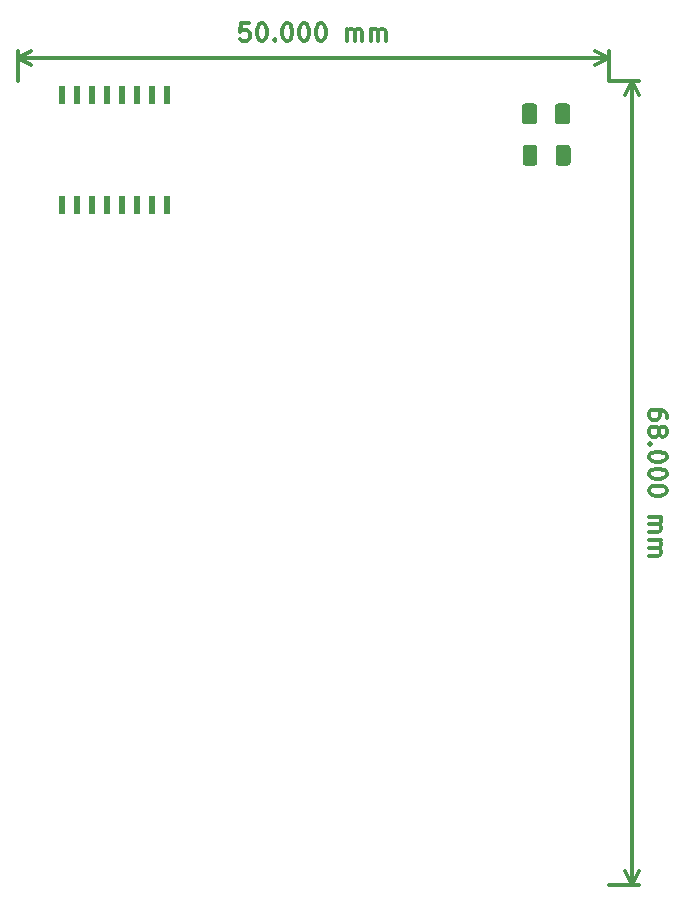
<source format=gbr>
G04 #@! TF.GenerationSoftware,KiCad,Pcbnew,5.0.2+dfsg1-1*
G04 #@! TF.CreationDate,2021-10-08T13:08:18+05:30*
G04 #@! TF.ProjectId,KEYBORD_PCB_V1,4b455942-4f52-4445-9f50-43425f56312e,rev?*
G04 #@! TF.SameCoordinates,Original*
G04 #@! TF.FileFunction,Paste,Bot*
G04 #@! TF.FilePolarity,Positive*
%FSLAX46Y46*%
G04 Gerber Fmt 4.6, Leading zero omitted, Abs format (unit mm)*
G04 Created by KiCad (PCBNEW 5.0.2+dfsg1-1) date Fri 08 Oct 2021 01:08:18 PM IST*
%MOMM*%
%LPD*%
G01*
G04 APERTURE LIST*
%ADD10C,0.300000*%
%ADD11C,0.100000*%
%ADD12C,1.250000*%
%ADD13R,0.600000X1.500000*%
G04 APERTURE END LIST*
D10*
X120605487Y-64841547D02*
X120605487Y-64555832D01*
X120534059Y-64412975D01*
X120462630Y-64341547D01*
X120248344Y-64198689D01*
X119962630Y-64127261D01*
X119391201Y-64127261D01*
X119248344Y-64198689D01*
X119176916Y-64270118D01*
X119105487Y-64412975D01*
X119105487Y-64698689D01*
X119176916Y-64841547D01*
X119248344Y-64912975D01*
X119391201Y-64984404D01*
X119748344Y-64984404D01*
X119891201Y-64912975D01*
X119962630Y-64841547D01*
X120034059Y-64698689D01*
X120034059Y-64412975D01*
X119962630Y-64270118D01*
X119891201Y-64198689D01*
X119748344Y-64127261D01*
X119962630Y-65841547D02*
X120034059Y-65698689D01*
X120105487Y-65627261D01*
X120248344Y-65555832D01*
X120319773Y-65555832D01*
X120462630Y-65627261D01*
X120534059Y-65698689D01*
X120605487Y-65841547D01*
X120605487Y-66127261D01*
X120534059Y-66270118D01*
X120462630Y-66341547D01*
X120319773Y-66412975D01*
X120248344Y-66412975D01*
X120105487Y-66341547D01*
X120034059Y-66270118D01*
X119962630Y-66127261D01*
X119962630Y-65841547D01*
X119891201Y-65698689D01*
X119819773Y-65627261D01*
X119676916Y-65555832D01*
X119391201Y-65555832D01*
X119248344Y-65627261D01*
X119176916Y-65698689D01*
X119105487Y-65841547D01*
X119105487Y-66127261D01*
X119176916Y-66270118D01*
X119248344Y-66341547D01*
X119391201Y-66412975D01*
X119676916Y-66412975D01*
X119819773Y-66341547D01*
X119891201Y-66270118D01*
X119962630Y-66127261D01*
X119248344Y-67055832D02*
X119176916Y-67127261D01*
X119105487Y-67055832D01*
X119176916Y-66984404D01*
X119248344Y-67055832D01*
X119105487Y-67055832D01*
X120605487Y-68055832D02*
X120605487Y-68198689D01*
X120534059Y-68341547D01*
X120462630Y-68412975D01*
X120319773Y-68484404D01*
X120034059Y-68555832D01*
X119676916Y-68555832D01*
X119391201Y-68484404D01*
X119248344Y-68412975D01*
X119176916Y-68341547D01*
X119105487Y-68198689D01*
X119105487Y-68055832D01*
X119176916Y-67912975D01*
X119248344Y-67841547D01*
X119391201Y-67770118D01*
X119676916Y-67698689D01*
X120034059Y-67698689D01*
X120319773Y-67770118D01*
X120462630Y-67841547D01*
X120534059Y-67912975D01*
X120605487Y-68055832D01*
X120605487Y-69484404D02*
X120605487Y-69627261D01*
X120534059Y-69770118D01*
X120462630Y-69841547D01*
X120319773Y-69912975D01*
X120034059Y-69984404D01*
X119676916Y-69984404D01*
X119391201Y-69912975D01*
X119248344Y-69841547D01*
X119176916Y-69770118D01*
X119105487Y-69627261D01*
X119105487Y-69484404D01*
X119176916Y-69341547D01*
X119248344Y-69270118D01*
X119391201Y-69198689D01*
X119676916Y-69127261D01*
X120034059Y-69127261D01*
X120319773Y-69198689D01*
X120462630Y-69270118D01*
X120534059Y-69341547D01*
X120605487Y-69484404D01*
X120605487Y-70912975D02*
X120605487Y-71055832D01*
X120534059Y-71198689D01*
X120462630Y-71270118D01*
X120319773Y-71341547D01*
X120034059Y-71412975D01*
X119676916Y-71412975D01*
X119391201Y-71341547D01*
X119248344Y-71270118D01*
X119176916Y-71198689D01*
X119105487Y-71055832D01*
X119105487Y-70912975D01*
X119176916Y-70770118D01*
X119248344Y-70698689D01*
X119391201Y-70627261D01*
X119676916Y-70555832D01*
X120034059Y-70555832D01*
X120319773Y-70627261D01*
X120462630Y-70698689D01*
X120534059Y-70770118D01*
X120605487Y-70912975D01*
X119105487Y-73198689D02*
X120105487Y-73198689D01*
X119962630Y-73198689D02*
X120034059Y-73270118D01*
X120105487Y-73412975D01*
X120105487Y-73627261D01*
X120034059Y-73770118D01*
X119891201Y-73841547D01*
X119105487Y-73841547D01*
X119891201Y-73841547D02*
X120034059Y-73912975D01*
X120105487Y-74055832D01*
X120105487Y-74270118D01*
X120034059Y-74412975D01*
X119891201Y-74484404D01*
X119105487Y-74484404D01*
X119105487Y-75198689D02*
X120105487Y-75198689D01*
X119962630Y-75198689D02*
X120034059Y-75270118D01*
X120105487Y-75412975D01*
X120105487Y-75627261D01*
X120034059Y-75770118D01*
X119891201Y-75841547D01*
X119105487Y-75841547D01*
X119891201Y-75841547D02*
X120034059Y-75912975D01*
X120105487Y-76055832D01*
X120105487Y-76270118D01*
X120034059Y-76412975D01*
X119891201Y-76484404D01*
X119105487Y-76484404D01*
X117684059Y-36341547D02*
X117684059Y-104341547D01*
X115684059Y-36341547D02*
X118270480Y-36341547D01*
X115684059Y-104341547D02*
X118270480Y-104341547D01*
X117684059Y-104341547D02*
X117097638Y-103215043D01*
X117684059Y-104341547D02*
X118270480Y-103215043D01*
X117684059Y-36341547D02*
X117097638Y-37468051D01*
X117684059Y-36341547D02*
X118270480Y-37468051D01*
X85261428Y-31418571D02*
X84547142Y-31418571D01*
X84475714Y-32132857D01*
X84547142Y-32061428D01*
X84690000Y-31990000D01*
X85047142Y-31990000D01*
X85190000Y-32061428D01*
X85261428Y-32132857D01*
X85332857Y-32275714D01*
X85332857Y-32632857D01*
X85261428Y-32775714D01*
X85190000Y-32847142D01*
X85047142Y-32918571D01*
X84690000Y-32918571D01*
X84547142Y-32847142D01*
X84475714Y-32775714D01*
X86261428Y-31418571D02*
X86404285Y-31418571D01*
X86547142Y-31490000D01*
X86618571Y-31561428D01*
X86690000Y-31704285D01*
X86761428Y-31990000D01*
X86761428Y-32347142D01*
X86690000Y-32632857D01*
X86618571Y-32775714D01*
X86547142Y-32847142D01*
X86404285Y-32918571D01*
X86261428Y-32918571D01*
X86118571Y-32847142D01*
X86047142Y-32775714D01*
X85975714Y-32632857D01*
X85904285Y-32347142D01*
X85904285Y-31990000D01*
X85975714Y-31704285D01*
X86047142Y-31561428D01*
X86118571Y-31490000D01*
X86261428Y-31418571D01*
X87404285Y-32775714D02*
X87475714Y-32847142D01*
X87404285Y-32918571D01*
X87332857Y-32847142D01*
X87404285Y-32775714D01*
X87404285Y-32918571D01*
X88404285Y-31418571D02*
X88547142Y-31418571D01*
X88690000Y-31490000D01*
X88761428Y-31561428D01*
X88832857Y-31704285D01*
X88904285Y-31990000D01*
X88904285Y-32347142D01*
X88832857Y-32632857D01*
X88761428Y-32775714D01*
X88690000Y-32847142D01*
X88547142Y-32918571D01*
X88404285Y-32918571D01*
X88261428Y-32847142D01*
X88190000Y-32775714D01*
X88118571Y-32632857D01*
X88047142Y-32347142D01*
X88047142Y-31990000D01*
X88118571Y-31704285D01*
X88190000Y-31561428D01*
X88261428Y-31490000D01*
X88404285Y-31418571D01*
X89832857Y-31418571D02*
X89975714Y-31418571D01*
X90118571Y-31490000D01*
X90190000Y-31561428D01*
X90261428Y-31704285D01*
X90332857Y-31990000D01*
X90332857Y-32347142D01*
X90261428Y-32632857D01*
X90190000Y-32775714D01*
X90118571Y-32847142D01*
X89975714Y-32918571D01*
X89832857Y-32918571D01*
X89690000Y-32847142D01*
X89618571Y-32775714D01*
X89547142Y-32632857D01*
X89475714Y-32347142D01*
X89475714Y-31990000D01*
X89547142Y-31704285D01*
X89618571Y-31561428D01*
X89690000Y-31490000D01*
X89832857Y-31418571D01*
X91261428Y-31418571D02*
X91404285Y-31418571D01*
X91547142Y-31490000D01*
X91618571Y-31561428D01*
X91690000Y-31704285D01*
X91761428Y-31990000D01*
X91761428Y-32347142D01*
X91690000Y-32632857D01*
X91618571Y-32775714D01*
X91547142Y-32847142D01*
X91404285Y-32918571D01*
X91261428Y-32918571D01*
X91118571Y-32847142D01*
X91047142Y-32775714D01*
X90975714Y-32632857D01*
X90904285Y-32347142D01*
X90904285Y-31990000D01*
X90975714Y-31704285D01*
X91047142Y-31561428D01*
X91118571Y-31490000D01*
X91261428Y-31418571D01*
X93547142Y-32918571D02*
X93547142Y-31918571D01*
X93547142Y-32061428D02*
X93618571Y-31990000D01*
X93761428Y-31918571D01*
X93975714Y-31918571D01*
X94118571Y-31990000D01*
X94190000Y-32132857D01*
X94190000Y-32918571D01*
X94190000Y-32132857D02*
X94261428Y-31990000D01*
X94404285Y-31918571D01*
X94618571Y-31918571D01*
X94761428Y-31990000D01*
X94832857Y-32132857D01*
X94832857Y-32918571D01*
X95547142Y-32918571D02*
X95547142Y-31918571D01*
X95547142Y-32061428D02*
X95618571Y-31990000D01*
X95761428Y-31918571D01*
X95975714Y-31918571D01*
X96118571Y-31990000D01*
X96190000Y-32132857D01*
X96190000Y-32918571D01*
X96190000Y-32132857D02*
X96261428Y-31990000D01*
X96404285Y-31918571D01*
X96618571Y-31918571D01*
X96761428Y-31990000D01*
X96832857Y-32132857D01*
X96832857Y-32918571D01*
X65690000Y-34340000D02*
X115690000Y-34340000D01*
X65690000Y-36340000D02*
X65690000Y-33753579D01*
X115690000Y-36340000D02*
X115690000Y-33753579D01*
X115690000Y-34340000D02*
X114563496Y-34926421D01*
X115690000Y-34340000D02*
X114563496Y-33753579D01*
X65690000Y-34340000D02*
X66816504Y-34926421D01*
X65690000Y-34340000D02*
X66816504Y-33753579D01*
D11*
G04 #@! TO.C,R2*
G36*
X109439504Y-41716204D02*
X109463773Y-41719804D01*
X109487571Y-41725765D01*
X109510671Y-41734030D01*
X109532849Y-41744520D01*
X109553893Y-41757133D01*
X109573598Y-41771747D01*
X109591777Y-41788223D01*
X109608253Y-41806402D01*
X109622867Y-41826107D01*
X109635480Y-41847151D01*
X109645970Y-41869329D01*
X109654235Y-41892429D01*
X109660196Y-41916227D01*
X109663796Y-41940496D01*
X109665000Y-41965000D01*
X109665000Y-43215000D01*
X109663796Y-43239504D01*
X109660196Y-43263773D01*
X109654235Y-43287571D01*
X109645970Y-43310671D01*
X109635480Y-43332849D01*
X109622867Y-43353893D01*
X109608253Y-43373598D01*
X109591777Y-43391777D01*
X109573598Y-43408253D01*
X109553893Y-43422867D01*
X109532849Y-43435480D01*
X109510671Y-43445970D01*
X109487571Y-43454235D01*
X109463773Y-43460196D01*
X109439504Y-43463796D01*
X109415000Y-43465000D01*
X108665000Y-43465000D01*
X108640496Y-43463796D01*
X108616227Y-43460196D01*
X108592429Y-43454235D01*
X108569329Y-43445970D01*
X108547151Y-43435480D01*
X108526107Y-43422867D01*
X108506402Y-43408253D01*
X108488223Y-43391777D01*
X108471747Y-43373598D01*
X108457133Y-43353893D01*
X108444520Y-43332849D01*
X108434030Y-43310671D01*
X108425765Y-43287571D01*
X108419804Y-43263773D01*
X108416204Y-43239504D01*
X108415000Y-43215000D01*
X108415000Y-41965000D01*
X108416204Y-41940496D01*
X108419804Y-41916227D01*
X108425765Y-41892429D01*
X108434030Y-41869329D01*
X108444520Y-41847151D01*
X108457133Y-41826107D01*
X108471747Y-41806402D01*
X108488223Y-41788223D01*
X108506402Y-41771747D01*
X108526107Y-41757133D01*
X108547151Y-41744520D01*
X108569329Y-41734030D01*
X108592429Y-41725765D01*
X108616227Y-41719804D01*
X108640496Y-41716204D01*
X108665000Y-41715000D01*
X109415000Y-41715000D01*
X109439504Y-41716204D01*
X109439504Y-41716204D01*
G37*
D12*
X109040000Y-42590000D03*
D11*
G36*
X112239504Y-41716204D02*
X112263773Y-41719804D01*
X112287571Y-41725765D01*
X112310671Y-41734030D01*
X112332849Y-41744520D01*
X112353893Y-41757133D01*
X112373598Y-41771747D01*
X112391777Y-41788223D01*
X112408253Y-41806402D01*
X112422867Y-41826107D01*
X112435480Y-41847151D01*
X112445970Y-41869329D01*
X112454235Y-41892429D01*
X112460196Y-41916227D01*
X112463796Y-41940496D01*
X112465000Y-41965000D01*
X112465000Y-43215000D01*
X112463796Y-43239504D01*
X112460196Y-43263773D01*
X112454235Y-43287571D01*
X112445970Y-43310671D01*
X112435480Y-43332849D01*
X112422867Y-43353893D01*
X112408253Y-43373598D01*
X112391777Y-43391777D01*
X112373598Y-43408253D01*
X112353893Y-43422867D01*
X112332849Y-43435480D01*
X112310671Y-43445970D01*
X112287571Y-43454235D01*
X112263773Y-43460196D01*
X112239504Y-43463796D01*
X112215000Y-43465000D01*
X111465000Y-43465000D01*
X111440496Y-43463796D01*
X111416227Y-43460196D01*
X111392429Y-43454235D01*
X111369329Y-43445970D01*
X111347151Y-43435480D01*
X111326107Y-43422867D01*
X111306402Y-43408253D01*
X111288223Y-43391777D01*
X111271747Y-43373598D01*
X111257133Y-43353893D01*
X111244520Y-43332849D01*
X111234030Y-43310671D01*
X111225765Y-43287571D01*
X111219804Y-43263773D01*
X111216204Y-43239504D01*
X111215000Y-43215000D01*
X111215000Y-41965000D01*
X111216204Y-41940496D01*
X111219804Y-41916227D01*
X111225765Y-41892429D01*
X111234030Y-41869329D01*
X111244520Y-41847151D01*
X111257133Y-41826107D01*
X111271747Y-41806402D01*
X111288223Y-41788223D01*
X111306402Y-41771747D01*
X111326107Y-41757133D01*
X111347151Y-41744520D01*
X111369329Y-41734030D01*
X111392429Y-41725765D01*
X111416227Y-41719804D01*
X111440496Y-41716204D01*
X111465000Y-41715000D01*
X112215000Y-41715000D01*
X112239504Y-41716204D01*
X112239504Y-41716204D01*
G37*
D12*
X111840000Y-42590000D03*
G04 #@! TD*
D11*
G04 #@! TO.C,R1*
G36*
X109389504Y-38206204D02*
X109413773Y-38209804D01*
X109437571Y-38215765D01*
X109460671Y-38224030D01*
X109482849Y-38234520D01*
X109503893Y-38247133D01*
X109523598Y-38261747D01*
X109541777Y-38278223D01*
X109558253Y-38296402D01*
X109572867Y-38316107D01*
X109585480Y-38337151D01*
X109595970Y-38359329D01*
X109604235Y-38382429D01*
X109610196Y-38406227D01*
X109613796Y-38430496D01*
X109615000Y-38455000D01*
X109615000Y-39705000D01*
X109613796Y-39729504D01*
X109610196Y-39753773D01*
X109604235Y-39777571D01*
X109595970Y-39800671D01*
X109585480Y-39822849D01*
X109572867Y-39843893D01*
X109558253Y-39863598D01*
X109541777Y-39881777D01*
X109523598Y-39898253D01*
X109503893Y-39912867D01*
X109482849Y-39925480D01*
X109460671Y-39935970D01*
X109437571Y-39944235D01*
X109413773Y-39950196D01*
X109389504Y-39953796D01*
X109365000Y-39955000D01*
X108615000Y-39955000D01*
X108590496Y-39953796D01*
X108566227Y-39950196D01*
X108542429Y-39944235D01*
X108519329Y-39935970D01*
X108497151Y-39925480D01*
X108476107Y-39912867D01*
X108456402Y-39898253D01*
X108438223Y-39881777D01*
X108421747Y-39863598D01*
X108407133Y-39843893D01*
X108394520Y-39822849D01*
X108384030Y-39800671D01*
X108375765Y-39777571D01*
X108369804Y-39753773D01*
X108366204Y-39729504D01*
X108365000Y-39705000D01*
X108365000Y-38455000D01*
X108366204Y-38430496D01*
X108369804Y-38406227D01*
X108375765Y-38382429D01*
X108384030Y-38359329D01*
X108394520Y-38337151D01*
X108407133Y-38316107D01*
X108421747Y-38296402D01*
X108438223Y-38278223D01*
X108456402Y-38261747D01*
X108476107Y-38247133D01*
X108497151Y-38234520D01*
X108519329Y-38224030D01*
X108542429Y-38215765D01*
X108566227Y-38209804D01*
X108590496Y-38206204D01*
X108615000Y-38205000D01*
X109365000Y-38205000D01*
X109389504Y-38206204D01*
X109389504Y-38206204D01*
G37*
D12*
X108990000Y-39080000D03*
D11*
G36*
X112189504Y-38206204D02*
X112213773Y-38209804D01*
X112237571Y-38215765D01*
X112260671Y-38224030D01*
X112282849Y-38234520D01*
X112303893Y-38247133D01*
X112323598Y-38261747D01*
X112341777Y-38278223D01*
X112358253Y-38296402D01*
X112372867Y-38316107D01*
X112385480Y-38337151D01*
X112395970Y-38359329D01*
X112404235Y-38382429D01*
X112410196Y-38406227D01*
X112413796Y-38430496D01*
X112415000Y-38455000D01*
X112415000Y-39705000D01*
X112413796Y-39729504D01*
X112410196Y-39753773D01*
X112404235Y-39777571D01*
X112395970Y-39800671D01*
X112385480Y-39822849D01*
X112372867Y-39843893D01*
X112358253Y-39863598D01*
X112341777Y-39881777D01*
X112323598Y-39898253D01*
X112303893Y-39912867D01*
X112282849Y-39925480D01*
X112260671Y-39935970D01*
X112237571Y-39944235D01*
X112213773Y-39950196D01*
X112189504Y-39953796D01*
X112165000Y-39955000D01*
X111415000Y-39955000D01*
X111390496Y-39953796D01*
X111366227Y-39950196D01*
X111342429Y-39944235D01*
X111319329Y-39935970D01*
X111297151Y-39925480D01*
X111276107Y-39912867D01*
X111256402Y-39898253D01*
X111238223Y-39881777D01*
X111221747Y-39863598D01*
X111207133Y-39843893D01*
X111194520Y-39822849D01*
X111184030Y-39800671D01*
X111175765Y-39777571D01*
X111169804Y-39753773D01*
X111166204Y-39729504D01*
X111165000Y-39705000D01*
X111165000Y-38455000D01*
X111166204Y-38430496D01*
X111169804Y-38406227D01*
X111175765Y-38382429D01*
X111184030Y-38359329D01*
X111194520Y-38337151D01*
X111207133Y-38316107D01*
X111221747Y-38296402D01*
X111238223Y-38278223D01*
X111256402Y-38261747D01*
X111276107Y-38247133D01*
X111297151Y-38234520D01*
X111319329Y-38224030D01*
X111342429Y-38215765D01*
X111366227Y-38209804D01*
X111390496Y-38206204D01*
X111415000Y-38205000D01*
X112165000Y-38205000D01*
X112189504Y-38206204D01*
X112189504Y-38206204D01*
G37*
D12*
X111790000Y-39080000D03*
G04 #@! TD*
D13*
G04 #@! TO.C,U1*
X78285000Y-46790000D03*
X77015000Y-46790000D03*
X75745000Y-46790000D03*
X74475000Y-46790000D03*
X73205000Y-46790000D03*
X71935000Y-46790000D03*
X70665000Y-46790000D03*
X69395000Y-46790000D03*
X69395000Y-37490000D03*
X70665000Y-37490000D03*
X71935000Y-37490000D03*
X73205000Y-37490000D03*
X74475000Y-37490000D03*
X75745000Y-37490000D03*
X77015000Y-37490000D03*
X78285000Y-37490000D03*
G04 #@! TD*
M02*

</source>
